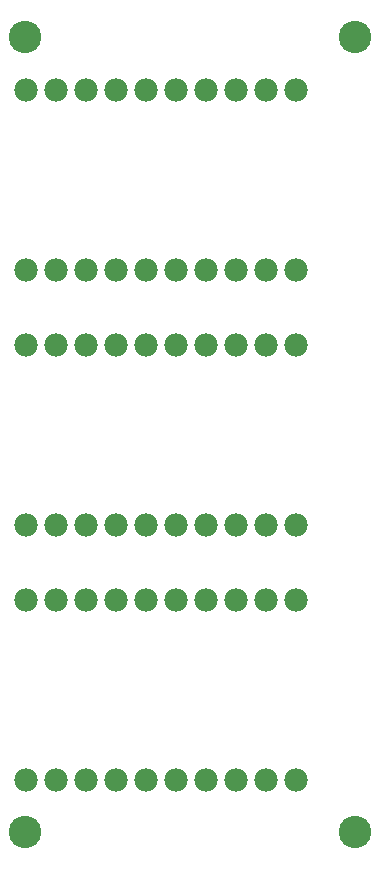
<source format=gts>
G75*
%MOIN*%
%OFA0B0*%
%FSLAX25Y25*%
%IPPOS*%
%LPD*%
%AMOC8*
5,1,8,0,0,1.08239X$1,22.5*
%
%ADD10C,0.10800*%
%ADD11C,0.07800*%
D10*
X0016400Y0466002D03*
X0016400Y0731002D03*
X0126400Y0731002D03*
X0126400Y0466002D03*
D11*
X0106800Y0483502D03*
X0096800Y0483502D03*
X0086800Y0483502D03*
X0076800Y0483502D03*
X0066800Y0483502D03*
X0056800Y0483502D03*
X0046800Y0483502D03*
X0036800Y0483502D03*
X0026800Y0483502D03*
X0016800Y0483502D03*
X0016800Y0543502D03*
X0016800Y0568502D03*
X0026800Y0568502D03*
X0026800Y0543502D03*
X0036800Y0543502D03*
X0036800Y0568502D03*
X0046800Y0568502D03*
X0046800Y0543502D03*
X0056800Y0543502D03*
X0056800Y0568502D03*
X0066800Y0568502D03*
X0066800Y0543502D03*
X0076800Y0543502D03*
X0076800Y0568502D03*
X0086800Y0568502D03*
X0086800Y0543502D03*
X0096800Y0543502D03*
X0096800Y0568502D03*
X0106800Y0568502D03*
X0106800Y0543502D03*
X0106800Y0628502D03*
X0096800Y0628502D03*
X0086800Y0628502D03*
X0076800Y0628502D03*
X0066800Y0628502D03*
X0056800Y0628502D03*
X0046800Y0628502D03*
X0036800Y0628502D03*
X0026800Y0628502D03*
X0016800Y0628502D03*
X0016800Y0653502D03*
X0026800Y0653502D03*
X0036800Y0653502D03*
X0046800Y0653502D03*
X0056800Y0653502D03*
X0066800Y0653502D03*
X0076800Y0653502D03*
X0086800Y0653502D03*
X0096800Y0653502D03*
X0106800Y0653502D03*
X0106800Y0713502D03*
X0096800Y0713502D03*
X0086800Y0713502D03*
X0076800Y0713502D03*
X0066800Y0713502D03*
X0056800Y0713502D03*
X0046800Y0713502D03*
X0036800Y0713502D03*
X0026800Y0713502D03*
X0016800Y0713502D03*
M02*

</source>
